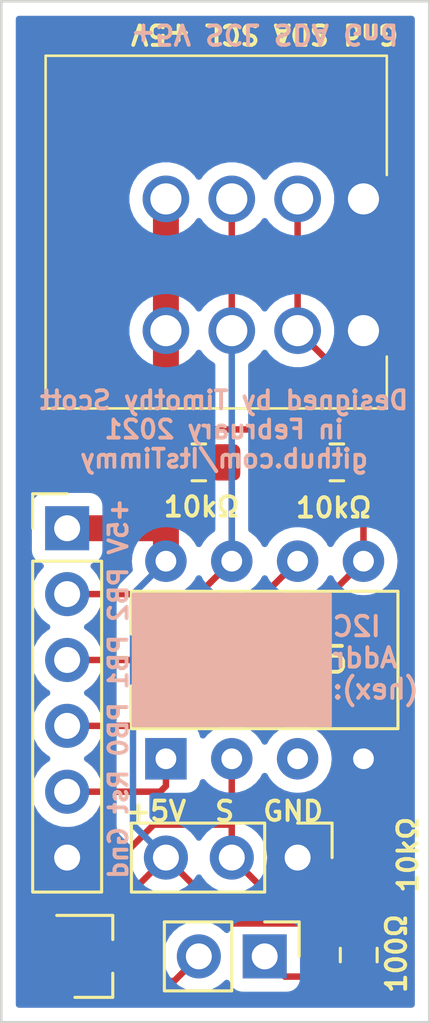
<source format=kicad_pcb>
(kicad_pcb (version 20171130) (host pcbnew "(5.1.0-0)")

  (general
    (thickness 1.6)
    (drawings 16)
    (tracks 53)
    (zones 0)
    (modules 10)
    (nets 11)
  )

  (page A4)
  (layers
    (0 F.Cu signal hide)
    (31 B.Cu signal hide)
    (32 B.Adhes user hide)
    (33 F.Adhes user hide)
    (34 B.Paste user hide)
    (35 F.Paste user hide)
    (36 B.SilkS user)
    (37 F.SilkS user)
    (38 B.Mask user)
    (39 F.Mask user)
    (40 Dwgs.User user hide)
    (41 Cmts.User user hide)
    (42 Eco1.User user hide)
    (43 Eco2.User user hide)
    (44 Edge.Cuts user)
    (45 Margin user hide)
    (46 B.CrtYd user)
    (47 F.CrtYd user)
    (48 B.Fab user hide)
    (49 F.Fab user hide)
  )

  (setup
    (last_trace_width 0.25)
    (user_trace_width 0.25)
    (user_trace_width 0.5)
    (user_trace_width 0.75)
    (user_trace_width 1)
    (trace_clearance 0.2)
    (zone_clearance 0.508)
    (zone_45_only no)
    (trace_min 0.2)
    (via_size 0.8)
    (via_drill 0.4)
    (via_min_size 0.4)
    (via_min_drill 0.3)
    (uvia_size 0.3)
    (uvia_drill 0.1)
    (uvias_allowed no)
    (uvia_min_size 0.2)
    (uvia_min_drill 0.1)
    (edge_width 0.05)
    (segment_width 0.2)
    (pcb_text_width 0.3)
    (pcb_text_size 1.5 1.5)
    (mod_edge_width 0.12)
    (mod_text_size 1 1)
    (mod_text_width 0.15)
    (pad_size 1.8 1.8)
    (pad_drill 1.2)
    (pad_to_mask_clearance 0.051)
    (solder_mask_min_width 0.25)
    (aux_axis_origin 0 0)
    (visible_elements FFFFFF7F)
    (pcbplotparams
      (layerselection 0x010fc_ffffffff)
      (usegerberextensions false)
      (usegerberattributes false)
      (usegerberadvancedattributes false)
      (creategerberjobfile false)
      (excludeedgelayer true)
      (linewidth 0.100000)
      (plotframeref false)
      (viasonmask false)
      (mode 1)
      (useauxorigin false)
      (hpglpennumber 1)
      (hpglpenspeed 20)
      (hpglpendiameter 15.000000)
      (psnegative false)
      (psa4output false)
      (plotreference true)
      (plotvalue true)
      (plotinvisibletext false)
      (padsonsilk false)
      (subtractmaskfromsilk false)
      (outputformat 1)
      (mirror false)
      (drillshape 1)
      (scaleselection 1)
      (outputdirectory ""))
  )

  (net 0 "")
  (net 1 "Net-(I2CConnection1-Pad2)")
  (net 2 "Net-(I2CConnection1-Pad3)")
  (net 3 +5V)
  (net 4 GND)
  (net 5 "Net-(MCU1-Pad2)")
  (net 6 "Net-(MCU1-Pad3)")
  (net 7 "Net-(J1-Pad5)")
  (net 8 "Net-(J1-Pad3)")
  (net 9 "Net-(J2-Pad2)")
  (net 10 "Net-(J2-Pad1)")

  (net_class Default "This is the default net class."
    (clearance 0.2)
    (trace_width 0.25)
    (via_dia 0.8)
    (via_drill 0.4)
    (uvia_dia 0.3)
    (uvia_drill 0.1)
    (add_net +5V)
    (add_net GND)
    (add_net "Net-(I2CConnection1-Pad2)")
    (add_net "Net-(I2CConnection1-Pad3)")
    (add_net "Net-(J1-Pad3)")
    (add_net "Net-(J1-Pad5)")
    (add_net "Net-(J2-Pad1)")
    (add_net "Net-(J2-Pad2)")
    (add_net "Net-(MCU1-Pad2)")
    (add_net "Net-(MCU1-Pad3)")
  )

  (module 1-2834016-4:128340164 (layer F.Cu) (tedit 602C8793) (tstamp 602B7750)
    (at 52.07 39.37 180)
    (descr 1-2834016-4-2)
    (tags Connector)
    (path /602ADF12)
    (fp_text reference I2CConnection1 (at 5.68 -1.28 180) (layer F.SilkS) hide
      (effects (font (size 1.27 1.27) (thickness 0.254)))
    )
    (fp_text value Conn_01x04 (at 5.68 -1.28 180) (layer F.SilkS) hide
      (effects (font (size 1.27 1.27) (thickness 0.254)))
    )
    (fp_text user %R (at 5.68 -1.28 180) (layer F.Fab)
      (effects (font (size 1.27 1.27) (thickness 0.254)))
    )
    (fp_line (start -0.9 -8.08) (end 12.26 -8.08) (layer F.Fab) (width 0.2))
    (fp_line (start 12.26 -8.08) (end 12.26 5.52) (layer F.Fab) (width 0.2))
    (fp_line (start 12.26 5.52) (end -0.9 5.52) (layer F.Fab) (width 0.2))
    (fp_line (start -0.9 5.52) (end -0.9 -8.08) (layer F.Fab) (width 0.2))
    (fp_line (start -1.9 -9.08) (end 13.26 -9.08) (layer F.CrtYd) (width 0.1))
    (fp_line (start 13.26 -9.08) (end 13.26 6.52) (layer F.CrtYd) (width 0.1))
    (fp_line (start 13.26 6.52) (end -1.9 6.52) (layer F.CrtYd) (width 0.1))
    (fp_line (start -1.9 6.52) (end -1.9 -9.08) (layer F.CrtYd) (width 0.1))
    (fp_line (start -0.9 -6.08) (end -0.9 -8.08) (layer F.SilkS) (width 0.1))
    (fp_line (start -0.9 -8.08) (end 12.26 -8.08) (layer F.SilkS) (width 0.1))
    (fp_line (start 12.26 -8.08) (end 12.26 5.52) (layer F.SilkS) (width 0.1))
    (fp_line (start 12.26 5.52) (end -0.9 5.52) (layer F.SilkS) (width 0.1))
    (fp_line (start -0.9 5.52) (end -0.9 0.92) (layer F.SilkS) (width 0.1))
    (pad "" thru_hole circle (at 0 0 180) (size 1.8 1.8) (drill 1.2) (layers *.Cu *.Mask)
      (net 4 GND))
    (pad 1 thru_hole circle (at 0 -5.08 180) (size 1.8 1.8) (drill 1.2) (layers *.Cu *.Mask)
      (net 4 GND))
    (pad "" thru_hole circle (at 2.54 0 180) (size 1.8 1.8) (drill 1.2) (layers *.Cu *.Mask)
      (net 1 "Net-(I2CConnection1-Pad2)"))
    (pad 2 thru_hole circle (at 2.54 -5.08 180) (size 1.8 1.8) (drill 1.2) (layers *.Cu *.Mask)
      (net 1 "Net-(I2CConnection1-Pad2)"))
    (pad "" thru_hole circle (at 5.08 0 180) (size 1.8 1.8) (drill 1.2) (layers *.Cu *.Mask)
      (net 2 "Net-(I2CConnection1-Pad3)"))
    (pad 3 thru_hole circle (at 5.08 -5.08 180) (size 1.8 1.8) (drill 1.2) (layers *.Cu *.Mask)
      (net 2 "Net-(I2CConnection1-Pad3)"))
    (pad "" thru_hole circle (at 7.62 0 180) (size 1.8 1.8) (drill 1.2) (layers *.Cu *.Mask)
      (net 3 +5V))
    (pad 4 thru_hole circle (at 7.62 -5.08 180) (size 1.8 1.8) (drill 1.2) (layers *.Cu *.Mask)
      (net 3 +5V))
    (model 1-2834016-4.stp
      (offset (xyz 5.67999974303352 -5.320000091762998 4.939999983029053))
      (scale (xyz 1 1 1))
      (rotate (xyz -90 0 0))
    )
    (model "/Users/Timmy/Documents/KiCad Models/TE Screwless Terminal/1-2834016-4.stp"
      (offset (xyz 5.588 -5.2578 5.0546))
      (scale (xyz 1 1 1))
      (rotate (xyz -90 0 0))
    )
  )

  (module Resistor_SMD:R_0805_2012Metric_Pad1.15x1.40mm_HandSolder (layer F.Cu) (tedit 602C811E) (tstamp 602C871B)
    (at 52.463928 64.223224 90)
    (descr "Resistor SMD 0805 (2012 Metric), square (rectangular) end terminal, IPC_7351 nominal with elongated pad for handsoldering. (Body size source: https://docs.google.com/spreadsheets/d/1BsfQQcO9C6DZCsRaXUlFlo91Tg2WpOkGARC1WS5S8t0/edit?usp=sharing), generated with kicad-footprint-generator")
    (tags "resistor handsolder")
    (path /602CACC9)
    (attr smd)
    (fp_text reference R3 (at 0 -1.65 90) (layer F.SilkS) hide
      (effects (font (size 1 1) (thickness 0.15)))
    )
    (fp_text value 10k (at 0 1.65 90) (layer F.Fab)
      (effects (font (size 1 1) (thickness 0.15)))
    )
    (fp_line (start -1 0.6) (end -1 -0.6) (layer F.Fab) (width 0.1))
    (fp_line (start -1 -0.6) (end 1 -0.6) (layer F.Fab) (width 0.1))
    (fp_line (start 1 -0.6) (end 1 0.6) (layer F.Fab) (width 0.1))
    (fp_line (start 1 0.6) (end -1 0.6) (layer F.Fab) (width 0.1))
    (fp_line (start -1.85 0.95) (end -1.85 -0.95) (layer F.CrtYd) (width 0.05))
    (fp_line (start -1.85 -0.95) (end 1.85 -0.95) (layer F.CrtYd) (width 0.05))
    (fp_line (start 1.85 -0.95) (end 1.85 0.95) (layer F.CrtYd) (width 0.05))
    (fp_line (start 1.85 0.95) (end -1.85 0.95) (layer F.CrtYd) (width 0.05))
    (fp_text user %R (at 0 0 90) (layer F.Fab)
      (effects (font (size 0.5 0.5) (thickness 0.08)))
    )
    (pad 1 smd roundrect (at -1.025 0 90) (size 1.15 1.4) (layers F.Cu F.Paste F.Mask) (roundrect_rratio 0.217391)
      (net 5 "Net-(MCU1-Pad2)"))
    (pad 2 smd roundrect (at 1.025 0 90) (size 1.15 1.4) (layers F.Cu F.Paste F.Mask) (roundrect_rratio 0.217391)
      (net 4 GND))
    (model ${KISYS3DMOD}/Resistor_SMD.3dshapes/R_0805_2012Metric.wrl
      (at (xyz 0 0 0))
      (scale (xyz 1 1 1))
      (rotate (xyz 0 0 0))
    )
  )

  (module Resistor_SMD:R_0805_2012Metric_Pad1.15x1.40mm_HandSolder (layer F.Cu) (tedit 5B36C52B) (tstamp 602B7725)
    (at 51.045 49.53)
    (descr "Resistor SMD 0805 (2012 Metric), square (rectangular) end terminal, IPC_7351 nominal with elongated pad for handsoldering. (Body size source: https://docs.google.com/spreadsheets/d/1BsfQQcO9C6DZCsRaXUlFlo91Tg2WpOkGARC1WS5S8t0/edit?usp=sharing), generated with kicad-footprint-generator")
    (tags "resistor handsolder")
    (path /602CC853)
    (attr smd)
    (fp_text reference I2C_Pullup_SCL1 (at 0 -1.65) (layer F.SilkS) hide
      (effects (font (size 1 1) (thickness 0.15)))
    )
    (fp_text value 10k (at 0 1.65) (layer F.Fab)
      (effects (font (size 1 1) (thickness 0.15)))
    )
    (fp_text user %R (at 0 0) (layer F.Fab)
      (effects (font (size 0.5 0.5) (thickness 0.08)))
    )
    (fp_line (start 1.85 0.95) (end -1.85 0.95) (layer F.CrtYd) (width 0.05))
    (fp_line (start 1.85 -0.95) (end 1.85 0.95) (layer F.CrtYd) (width 0.05))
    (fp_line (start -1.85 -0.95) (end 1.85 -0.95) (layer F.CrtYd) (width 0.05))
    (fp_line (start -1.85 0.95) (end -1.85 -0.95) (layer F.CrtYd) (width 0.05))
    (fp_line (start -0.261252 0.71) (end 0.261252 0.71) (layer F.SilkS) (width 0.12))
    (fp_line (start -0.261252 -0.71) (end 0.261252 -0.71) (layer F.SilkS) (width 0.12))
    (fp_line (start 1 0.6) (end -1 0.6) (layer F.Fab) (width 0.1))
    (fp_line (start 1 -0.6) (end 1 0.6) (layer F.Fab) (width 0.1))
    (fp_line (start -1 -0.6) (end 1 -0.6) (layer F.Fab) (width 0.1))
    (fp_line (start -1 0.6) (end -1 -0.6) (layer F.Fab) (width 0.1))
    (pad 2 smd roundrect (at 1.025 0) (size 1.15 1.4) (layers F.Cu F.Paste F.Mask) (roundrect_rratio 0.217391)
      (net 1 "Net-(I2CConnection1-Pad2)"))
    (pad 1 smd roundrect (at -1.025 0) (size 1.15 1.4) (layers F.Cu F.Paste F.Mask) (roundrect_rratio 0.217391)
      (net 3 +5V))
    (model ${KISYS3DMOD}/Resistor_SMD.3dshapes/R_0805_2012Metric.wrl
      (at (xyz 0 0 0))
      (scale (xyz 1 1 1))
      (rotate (xyz 0 0 0))
    )
  )

  (module Resistor_SMD:R_0805_2012Metric_Pad1.15x1.40mm_HandSolder (layer F.Cu) (tedit 5B36C52B) (tstamp 602B7736)
    (at 45.72 49.53)
    (descr "Resistor SMD 0805 (2012 Metric), square (rectangular) end terminal, IPC_7351 nominal with elongated pad for handsoldering. (Body size source: https://docs.google.com/spreadsheets/d/1BsfQQcO9C6DZCsRaXUlFlo91Tg2WpOkGARC1WS5S8t0/edit?usp=sharing), generated with kicad-footprint-generator")
    (tags "resistor handsolder")
    (path /602C8F78)
    (attr smd)
    (fp_text reference I2C_Pullup_SDA1 (at 0 -1.65) (layer F.SilkS) hide
      (effects (font (size 1 1) (thickness 0.15)))
    )
    (fp_text value 10k (at 0 1.65) (layer F.Fab)
      (effects (font (size 1 1) (thickness 0.15)))
    )
    (fp_line (start -1 0.6) (end -1 -0.6) (layer F.Fab) (width 0.1))
    (fp_line (start -1 -0.6) (end 1 -0.6) (layer F.Fab) (width 0.1))
    (fp_line (start 1 -0.6) (end 1 0.6) (layer F.Fab) (width 0.1))
    (fp_line (start 1 0.6) (end -1 0.6) (layer F.Fab) (width 0.1))
    (fp_line (start -0.261252 -0.71) (end 0.261252 -0.71) (layer F.SilkS) (width 0.12))
    (fp_line (start -0.261252 0.71) (end 0.261252 0.71) (layer F.SilkS) (width 0.12))
    (fp_line (start -1.85 0.95) (end -1.85 -0.95) (layer F.CrtYd) (width 0.05))
    (fp_line (start -1.85 -0.95) (end 1.85 -0.95) (layer F.CrtYd) (width 0.05))
    (fp_line (start 1.85 -0.95) (end 1.85 0.95) (layer F.CrtYd) (width 0.05))
    (fp_line (start 1.85 0.95) (end -1.85 0.95) (layer F.CrtYd) (width 0.05))
    (fp_text user %R (at 0 0) (layer F.Fab)
      (effects (font (size 0.5 0.5) (thickness 0.08)))
    )
    (pad 1 smd roundrect (at -1.025 0) (size 1.15 1.4) (layers F.Cu F.Paste F.Mask) (roundrect_rratio 0.217391)
      (net 3 +5V))
    (pad 2 smd roundrect (at 1.025 0) (size 1.15 1.4) (layers F.Cu F.Paste F.Mask) (roundrect_rratio 0.217391)
      (net 2 "Net-(I2CConnection1-Pad3)"))
    (model ${KISYS3DMOD}/Resistor_SMD.3dshapes/R_0805_2012Metric.wrl
      (at (xyz 0 0 0))
      (scale (xyz 1 1 1))
      (rotate (xyz 0 0 0))
    )
  )

  (module Package_DIP:DIP-8_W7.62mm (layer F.Cu) (tedit 5A02E8C5) (tstamp 602B776C)
    (at 44.45 60.96 90)
    (descr "8-lead though-hole mounted DIP package, row spacing 7.62 mm (300 mils)")
    (tags "THT DIP DIL PDIP 2.54mm 7.62mm 300mil")
    (path /6029EE90)
    (fp_text reference MCU1 (at 3.81 -2.33 90) (layer F.SilkS) hide
      (effects (font (size 1 1) (thickness 0.15)))
    )
    (fp_text value ATtiny85-20PU (at 3.81 9.95 90) (layer F.Fab)
      (effects (font (size 1 1) (thickness 0.15)))
    )
    (fp_arc (start 3.81 -1.33) (end 2.81 -1.33) (angle -180) (layer F.SilkS) (width 0.12))
    (fp_line (start 1.635 -1.27) (end 6.985 -1.27) (layer F.Fab) (width 0.1))
    (fp_line (start 6.985 -1.27) (end 6.985 8.89) (layer F.Fab) (width 0.1))
    (fp_line (start 6.985 8.89) (end 0.635 8.89) (layer F.Fab) (width 0.1))
    (fp_line (start 0.635 8.89) (end 0.635 -0.27) (layer F.Fab) (width 0.1))
    (fp_line (start 0.635 -0.27) (end 1.635 -1.27) (layer F.Fab) (width 0.1))
    (fp_line (start 2.81 -1.33) (end 1.16 -1.33) (layer F.SilkS) (width 0.12))
    (fp_line (start 1.16 -1.33) (end 1.16 8.95) (layer F.SilkS) (width 0.12))
    (fp_line (start 1.16 8.95) (end 6.46 8.95) (layer F.SilkS) (width 0.12))
    (fp_line (start 6.46 8.95) (end 6.46 -1.33) (layer F.SilkS) (width 0.12))
    (fp_line (start 6.46 -1.33) (end 4.81 -1.33) (layer F.SilkS) (width 0.12))
    (fp_line (start -1.1 -1.55) (end -1.1 9.15) (layer F.CrtYd) (width 0.05))
    (fp_line (start -1.1 9.15) (end 8.7 9.15) (layer F.CrtYd) (width 0.05))
    (fp_line (start 8.7 9.15) (end 8.7 -1.55) (layer F.CrtYd) (width 0.05))
    (fp_line (start 8.7 -1.55) (end -1.1 -1.55) (layer F.CrtYd) (width 0.05))
    (fp_text user %R (at 3.81 3.81 90) (layer F.Fab)
      (effects (font (size 1 1) (thickness 0.15)))
    )
    (pad 1 thru_hole rect (at 0 0 90) (size 1.6 1.6) (drill 0.8) (layers *.Cu *.Mask)
      (net 7 "Net-(J1-Pad5)"))
    (pad 5 thru_hole oval (at 7.62 7.62 90) (size 1.6 1.6) (drill 0.8) (layers *.Cu *.Mask)
      (net 1 "Net-(I2CConnection1-Pad2)"))
    (pad 2 thru_hole oval (at 0 2.54 90) (size 1.6 1.6) (drill 0.8) (layers *.Cu *.Mask)
      (net 5 "Net-(MCU1-Pad2)"))
    (pad 6 thru_hole oval (at 7.62 5.08 90) (size 1.6 1.6) (drill 0.8) (layers *.Cu *.Mask)
      (net 8 "Net-(J1-Pad3)"))
    (pad 3 thru_hole oval (at 0 5.08 90) (size 1.6 1.6) (drill 0.8) (layers *.Cu *.Mask)
      (net 6 "Net-(MCU1-Pad3)"))
    (pad 7 thru_hole oval (at 7.62 2.54 90) (size 1.6 1.6) (drill 0.8) (layers *.Cu *.Mask)
      (net 2 "Net-(I2CConnection1-Pad3)"))
    (pad 4 thru_hole oval (at 0 7.62 90) (size 1.6 1.6) (drill 0.8) (layers *.Cu *.Mask)
      (net 4 GND))
    (pad 8 thru_hole oval (at 7.62 0 90) (size 1.6 1.6) (drill 0.8) (layers *.Cu *.Mask)
      (net 3 +5V))
    (model ${KISYS3DMOD}/Package_DIP.3dshapes/DIP-8_W7.62mm.wrl
      (at (xyz 0 0 0))
      (scale (xyz 1 1 1))
      (rotate (xyz 0 0 0))
    )
  )

  (module Connector_PinHeader_2.54mm:PinHeader_1x06_P2.54mm_Vertical (layer F.Cu) (tedit 59FED5CC) (tstamp 602B3D6A)
    (at 40.64 52.07)
    (descr "Through hole straight pin header, 1x06, 2.54mm pitch, single row")
    (tags "Through hole pin header THT 1x06 2.54mm single row")
    (path /602C5DB4)
    (fp_text reference J1 (at 0 -2.33) (layer F.SilkS) hide
      (effects (font (size 1 1) (thickness 0.15)))
    )
    (fp_text value Conn_01x06_Female (at 0 15.03) (layer F.Fab)
      (effects (font (size 1 1) (thickness 0.15)))
    )
    (fp_line (start -0.635 -1.27) (end 1.27 -1.27) (layer F.Fab) (width 0.1))
    (fp_line (start 1.27 -1.27) (end 1.27 13.97) (layer F.Fab) (width 0.1))
    (fp_line (start 1.27 13.97) (end -1.27 13.97) (layer F.Fab) (width 0.1))
    (fp_line (start -1.27 13.97) (end -1.27 -0.635) (layer F.Fab) (width 0.1))
    (fp_line (start -1.27 -0.635) (end -0.635 -1.27) (layer F.Fab) (width 0.1))
    (fp_line (start -1.33 14.03) (end 1.33 14.03) (layer F.SilkS) (width 0.12))
    (fp_line (start -1.33 1.27) (end -1.33 14.03) (layer F.SilkS) (width 0.12))
    (fp_line (start 1.33 1.27) (end 1.33 14.03) (layer F.SilkS) (width 0.12))
    (fp_line (start -1.33 1.27) (end 1.33 1.27) (layer F.SilkS) (width 0.12))
    (fp_line (start -1.33 0) (end -1.33 -1.33) (layer F.SilkS) (width 0.12))
    (fp_line (start -1.33 -1.33) (end 0 -1.33) (layer F.SilkS) (width 0.12))
    (fp_line (start -1.8 -1.8) (end -1.8 14.5) (layer F.CrtYd) (width 0.05))
    (fp_line (start -1.8 14.5) (end 1.8 14.5) (layer F.CrtYd) (width 0.05))
    (fp_line (start 1.8 14.5) (end 1.8 -1.8) (layer F.CrtYd) (width 0.05))
    (fp_line (start 1.8 -1.8) (end -1.8 -1.8) (layer F.CrtYd) (width 0.05))
    (fp_text user %R (at 0 6.35 90) (layer F.Fab)
      (effects (font (size 1 1) (thickness 0.15)))
    )
    (pad 1 thru_hole rect (at 0 0) (size 1.7 1.7) (drill 1) (layers *.Cu *.Mask)
      (net 3 +5V))
    (pad 2 thru_hole oval (at 0 2.54) (size 1.7 1.7) (drill 1) (layers *.Cu *.Mask)
      (net 2 "Net-(I2CConnection1-Pad3)"))
    (pad 3 thru_hole oval (at 0 5.08) (size 1.7 1.7) (drill 1) (layers *.Cu *.Mask)
      (net 8 "Net-(J1-Pad3)"))
    (pad 4 thru_hole oval (at 0 7.62) (size 1.7 1.7) (drill 1) (layers *.Cu *.Mask)
      (net 1 "Net-(I2CConnection1-Pad2)"))
    (pad 5 thru_hole oval (at 0 10.16) (size 1.7 1.7) (drill 1) (layers *.Cu *.Mask)
      (net 7 "Net-(J1-Pad5)"))
    (pad 6 thru_hole oval (at 0 12.7) (size 1.7 1.7) (drill 1) (layers *.Cu *.Mask)
      (net 4 GND))
    (model ${KISYS3DMOD}/Connector_PinHeader_2.54mm.3dshapes/PinHeader_1x06_P2.54mm_Vertical.wrl
      (at (xyz 0 0 0))
      (scale (xyz 1 1 1))
      (rotate (xyz 0 0 0))
    )
  )

  (module Package_TO_SOT_SMD:SOT-23 (layer F.Cu) (tedit 5A02FF57) (tstamp 602C874F)
    (at 41.64 68.58)
    (descr "SOT-23, Standard")
    (tags SOT-23)
    (path /602C820F)
    (attr smd)
    (fp_text reference Q1 (at 0 -2.5) (layer F.SilkS) hide
      (effects (font (size 1 1) (thickness 0.15)))
    )
    (fp_text value 2N3904 (at 0 2.5) (layer F.Fab)
      (effects (font (size 1 1) (thickness 0.15)))
    )
    (fp_text user %R (at 0 0 90) (layer F.Fab)
      (effects (font (size 0.5 0.5) (thickness 0.075)))
    )
    (fp_line (start -0.7 -0.95) (end -0.7 1.5) (layer F.Fab) (width 0.1))
    (fp_line (start -0.15 -1.52) (end 0.7 -1.52) (layer F.Fab) (width 0.1))
    (fp_line (start -0.7 -0.95) (end -0.15 -1.52) (layer F.Fab) (width 0.1))
    (fp_line (start 0.7 -1.52) (end 0.7 1.52) (layer F.Fab) (width 0.1))
    (fp_line (start -0.7 1.52) (end 0.7 1.52) (layer F.Fab) (width 0.1))
    (fp_line (start 0.76 1.58) (end 0.76 0.65) (layer F.SilkS) (width 0.12))
    (fp_line (start 0.76 -1.58) (end 0.76 -0.65) (layer F.SilkS) (width 0.12))
    (fp_line (start -1.7 -1.75) (end 1.7 -1.75) (layer F.CrtYd) (width 0.05))
    (fp_line (start 1.7 -1.75) (end 1.7 1.75) (layer F.CrtYd) (width 0.05))
    (fp_line (start 1.7 1.75) (end -1.7 1.75) (layer F.CrtYd) (width 0.05))
    (fp_line (start -1.7 1.75) (end -1.7 -1.75) (layer F.CrtYd) (width 0.05))
    (fp_line (start 0.76 -1.58) (end -1.4 -1.58) (layer F.SilkS) (width 0.12))
    (fp_line (start 0.76 1.58) (end -0.7 1.58) (layer F.SilkS) (width 0.12))
    (pad 1 smd rect (at -1 -0.95) (size 0.9 0.8) (layers F.Cu F.Paste F.Mask)
      (net 5 "Net-(MCU1-Pad2)"))
    (pad 2 smd rect (at -1 0.95) (size 0.9 0.8) (layers F.Cu F.Paste F.Mask)
      (net 9 "Net-(J2-Pad2)"))
    (pad 3 smd rect (at 1 0) (size 0.9 0.8) (layers F.Cu F.Paste F.Mask)
      (net 3 +5V))
    (model ${KISYS3DMOD}/Package_TO_SOT_SMD.3dshapes/SOT-23.wrl
      (at (xyz 0 0 0))
      (scale (xyz 1 1 1))
      (rotate (xyz 0 0 0))
    )
  )

  (module Resistor_SMD:R_0805_2012Metric_Pad1.15x1.40mm_HandSolder (layer F.Cu) (tedit 5B36C52B) (tstamp 602C86EB)
    (at 51.886678 68.528659 270)
    (descr "Resistor SMD 0805 (2012 Metric), square (rectangular) end terminal, IPC_7351 nominal with elongated pad for handsoldering. (Body size source: https://docs.google.com/spreadsheets/d/1BsfQQcO9C6DZCsRaXUlFlo91Tg2WpOkGARC1WS5S8t0/edit?usp=sharing), generated with kicad-footprint-generator")
    (tags "resistor handsolder")
    (path /602CC4B8)
    (attr smd)
    (fp_text reference R4 (at 0 -1.65 270) (layer F.SilkS) hide
      (effects (font (size 1 1) (thickness 0.15)))
    )
    (fp_text value 100 (at 0 1.65 270) (layer F.Fab)
      (effects (font (size 1 1) (thickness 0.15)))
    )
    (fp_text user %R (at 0 0 270) (layer F.Fab)
      (effects (font (size 0.5 0.5) (thickness 0.08)))
    )
    (fp_line (start 1.85 0.95) (end -1.85 0.95) (layer F.CrtYd) (width 0.05))
    (fp_line (start 1.85 -0.95) (end 1.85 0.95) (layer F.CrtYd) (width 0.05))
    (fp_line (start -1.85 -0.95) (end 1.85 -0.95) (layer F.CrtYd) (width 0.05))
    (fp_line (start -1.85 0.95) (end -1.85 -0.95) (layer F.CrtYd) (width 0.05))
    (fp_line (start -0.261252 0.71) (end 0.261252 0.71) (layer F.SilkS) (width 0.12))
    (fp_line (start -0.261252 -0.71) (end 0.261252 -0.71) (layer F.SilkS) (width 0.12))
    (fp_line (start 1 0.6) (end -1 0.6) (layer F.Fab) (width 0.1))
    (fp_line (start 1 -0.6) (end 1 0.6) (layer F.Fab) (width 0.1))
    (fp_line (start -1 -0.6) (end 1 -0.6) (layer F.Fab) (width 0.1))
    (fp_line (start -1 0.6) (end -1 -0.6) (layer F.Fab) (width 0.1))
    (pad 2 smd roundrect (at 1.025 0 270) (size 1.15 1.4) (layers F.Cu F.Paste F.Mask) (roundrect_rratio 0.217391)
      (net 10 "Net-(J2-Pad1)"))
    (pad 1 smd roundrect (at -1.025 0 270) (size 1.15 1.4) (layers F.Cu F.Paste F.Mask) (roundrect_rratio 0.217391)
      (net 3 +5V))
    (model ${KISYS3DMOD}/Resistor_SMD.3dshapes/R_0805_2012Metric.wrl
      (at (xyz 0 0 0))
      (scale (xyz 1 1 1))
      (rotate (xyz 0 0 0))
    )
  )

  (module Connector_PinHeader_2.54mm:PinHeader_1x02_P2.54mm_Vertical (layer F.Cu) (tedit 59FED5CC) (tstamp 602C8867)
    (at 48.26 68.58 270)
    (descr "Through hole straight pin header, 1x02, 2.54mm pitch, single row")
    (tags "Through hole pin header THT 1x02 2.54mm single row")
    (path /602CEB12)
    (fp_text reference J2 (at 0 -2.33 270) (layer F.SilkS) hide
      (effects (font (size 1 1) (thickness 0.15)))
    )
    (fp_text value Conn_01x02 (at 0 4.87 270) (layer F.Fab)
      (effects (font (size 1 1) (thickness 0.15)))
    )
    (fp_line (start -0.635 -1.27) (end 1.27 -1.27) (layer F.Fab) (width 0.1))
    (fp_line (start 1.27 -1.27) (end 1.27 3.81) (layer F.Fab) (width 0.1))
    (fp_line (start 1.27 3.81) (end -1.27 3.81) (layer F.Fab) (width 0.1))
    (fp_line (start -1.27 3.81) (end -1.27 -0.635) (layer F.Fab) (width 0.1))
    (fp_line (start -1.27 -0.635) (end -0.635 -1.27) (layer F.Fab) (width 0.1))
    (fp_line (start -1.33 3.87) (end 1.33 3.87) (layer F.SilkS) (width 0.12))
    (fp_line (start -1.33 1.27) (end -1.33 3.87) (layer F.SilkS) (width 0.12))
    (fp_line (start 1.33 1.27) (end 1.33 3.87) (layer F.SilkS) (width 0.12))
    (fp_line (start -1.33 1.27) (end 1.33 1.27) (layer F.SilkS) (width 0.12))
    (fp_line (start -1.33 0) (end -1.33 -1.33) (layer F.SilkS) (width 0.12))
    (fp_line (start -1.33 -1.33) (end 0 -1.33) (layer F.SilkS) (width 0.12))
    (fp_line (start -1.8 -1.8) (end -1.8 4.35) (layer F.CrtYd) (width 0.05))
    (fp_line (start -1.8 4.35) (end 1.8 4.35) (layer F.CrtYd) (width 0.05))
    (fp_line (start 1.8 4.35) (end 1.8 -1.8) (layer F.CrtYd) (width 0.05))
    (fp_line (start 1.8 -1.8) (end -1.8 -1.8) (layer F.CrtYd) (width 0.05))
    (fp_text user %R (at 0 1.27) (layer F.Fab)
      (effects (font (size 1 1) (thickness 0.15)))
    )
    (pad 1 thru_hole rect (at 0 0 270) (size 1.7 1.7) (drill 1) (layers *.Cu *.Mask)
      (net 10 "Net-(J2-Pad1)"))
    (pad 2 thru_hole oval (at 0 2.54 270) (size 1.7 1.7) (drill 1) (layers *.Cu *.Mask)
      (net 9 "Net-(J2-Pad2)"))
    (model ${KISYS3DMOD}/Connector_PinHeader_2.54mm.3dshapes/PinHeader_1x02_P2.54mm_Vertical.wrl
      (at (xyz 0 0 0))
      (scale (xyz 1 1 1))
      (rotate (xyz 0 0 0))
    )
  )

  (module Connector_PinHeader_2.54mm:PinHeader_1x03_P2.54mm_Vertical (layer F.Cu) (tedit 59FED5CC) (tstamp 602CE127)
    (at 49.53 64.77 270)
    (descr "Through hole straight pin header, 1x03, 2.54mm pitch, single row")
    (tags "Through hole pin header THT 1x03 2.54mm single row")
    (path /602CE4CB)
    (fp_text reference MoistureSensor1 (at 0 -2.33 270) (layer F.SilkS) hide
      (effects (font (size 1 1) (thickness 0.15)))
    )
    (fp_text value Conn_01x03 (at 0 7.41 270) (layer F.Fab)
      (effects (font (size 1 1) (thickness 0.15)))
    )
    (fp_line (start -0.635 -1.27) (end 1.27 -1.27) (layer F.Fab) (width 0.1))
    (fp_line (start 1.27 -1.27) (end 1.27 6.35) (layer F.Fab) (width 0.1))
    (fp_line (start 1.27 6.35) (end -1.27 6.35) (layer F.Fab) (width 0.1))
    (fp_line (start -1.27 6.35) (end -1.27 -0.635) (layer F.Fab) (width 0.1))
    (fp_line (start -1.27 -0.635) (end -0.635 -1.27) (layer F.Fab) (width 0.1))
    (fp_line (start -1.33 6.41) (end 1.33 6.41) (layer F.SilkS) (width 0.12))
    (fp_line (start -1.33 1.27) (end -1.33 6.41) (layer F.SilkS) (width 0.12))
    (fp_line (start 1.33 1.27) (end 1.33 6.41) (layer F.SilkS) (width 0.12))
    (fp_line (start -1.33 1.27) (end 1.33 1.27) (layer F.SilkS) (width 0.12))
    (fp_line (start -1.33 0) (end -1.33 -1.33) (layer F.SilkS) (width 0.12))
    (fp_line (start -1.33 -1.33) (end 0 -1.33) (layer F.SilkS) (width 0.12))
    (fp_line (start -1.8 -1.8) (end -1.8 6.85) (layer F.CrtYd) (width 0.05))
    (fp_line (start -1.8 6.85) (end 1.8 6.85) (layer F.CrtYd) (width 0.05))
    (fp_line (start 1.8 6.85) (end 1.8 -1.8) (layer F.CrtYd) (width 0.05))
    (fp_line (start 1.8 -1.8) (end -1.8 -1.8) (layer F.CrtYd) (width 0.05))
    (fp_text user %R (at 0 2.54) (layer F.Fab)
      (effects (font (size 1 1) (thickness 0.15)))
    )
    (pad 1 thru_hole rect (at 0 0 270) (size 1.7 1.7) (drill 1) (layers *.Cu *.Mask)
      (net 4 GND))
    (pad 2 thru_hole oval (at 0 2.54 270) (size 1.7 1.7) (drill 1) (layers *.Cu *.Mask)
      (net 5 "Net-(MCU1-Pad2)"))
    (pad 3 thru_hole oval (at 0 5.08 270) (size 1.7 1.7) (drill 1) (layers *.Cu *.Mask)
      (net 3 +5V))
    (model ${KISYS3DMOD}/Connector_PinHeader_2.54mm.3dshapes/PinHeader_1x03_P2.54mm_Vertical.wrl
      (at (xyz 0 0 0))
      (scale (xyz 1 1 1))
      (rotate (xyz 0 0 0))
    )
  )

  (gr_text 10kΩ (at 53.786178 64.662332 90) (layer F.SilkS) (tstamp 602CDF10)
    (effects (font (size 0.75 0.75) (thickness 0.15)))
  )
  (gr_line (start 54.61 71.12) (end 54.61 31.75) (layer Edge.Cuts) (width 0.1))
  (gr_line (start 38.1 71.12) (end 54.61 71.12) (layer Edge.Cuts) (width 0.1))
  (gr_line (start 38.1 31.75) (end 38.1 71.12) (layer Edge.Cuts) (width 0.1))
  (gr_line (start 54.61 31.75) (end 38.1 31.75) (layer Edge.Cuts) (width 0.1))
  (gr_text 100Ω (at 53.34 68.472332 90) (layer F.SilkS) (tstamp 602CDE66)
    (effects (font (size 0.75 0.75) (thickness 0.15)))
  )
  (gr_poly (pts (xy 50.8 59.69) (xy 50.8 54.61) (xy 43.18 54.61) (xy 43.18 59.69)) (layer B.SilkS) (width 0.1))
  (gr_text "I2C\nAddr\n(hex):" (at 50.8 57.066203) (layer B.SilkS)
    (effects (font (size 0.75 0.75) (thickness 0.15)) (justify right mirror))
  )
  (gr_text "Designed by Timothy Scott\nin February 2021\ngithub.com/ItsTimmy" (at 46.694369 48.26) (layer B.SilkS)
    (effects (font (size 0.7 0.7) (thickness 0.15)) (justify mirror))
  )
  (gr_text "+5V SCL SDA Gnd" (at 48.26 33.02 180) (layer B.SilkS) (tstamp 602B9C33)
    (effects (font (size 0.75 0.75) (thickness 0.15)) (justify mirror))
  )
  (gr_text "+5V  S  GND" (at 46.714032 62.982274) (layer F.SilkS) (tstamp 602B935E)
    (effects (font (size 0.75 0.75) (thickness 0.15)))
  )
  (gr_text ATTiny85 (at 48.26 57.15) (layer F.SilkS)
    (effects (font (size 1 1) (thickness 0.15)))
  )
  (gr_text 10kΩ (at 50.923976 51.282067) (layer F.SilkS) (tstamp 602B4388)
    (effects (font (size 0.75 0.75) (thickness 0.15)))
  )
  (gr_text 10kΩ (at 45.827668 51.246178) (layer F.SilkS)
    (effects (font (size 0.75 0.75) (thickness 0.15)))
  )
  (gr_text "+5V PB2 PB1 PB0 Rst Gnd" (at 42.616534 58.251361 90) (layer B.SilkS) (tstamp 602B437D)
    (effects (font (size 0.7 0.7) (thickness 0.15)) (justify mirror))
  )
  (gr_text "Gnd SDA SCL +5V" (at 48.26 33.02 180) (layer F.SilkS)
    (effects (font (size 0.75 0.75) (thickness 0.15)))
  )

  (segment (start 52.07 46.99) (end 52.07 49.53) (width 0.25) (layer F.Cu) (net 1))
  (segment (start 49.53 44.45) (end 52.07 46.99) (width 0.25) (layer F.Cu) (net 1))
  (segment (start 52.07 49.53) (end 52.07 53.34) (width 0.25) (layer F.Cu) (net 1))
  (segment (start 45.72 59.69) (end 52.07 53.34) (width 0.25) (layer F.Cu) (net 1))
  (segment (start 40.64 59.69) (end 45.72 59.69) (width 0.25) (layer F.Cu) (net 1))
  (segment (start 49.53 44.45) (end 49.53 39.37) (width 0.25) (layer F.Cu) (net 1))
  (segment (start 46.99 49.775) (end 46.745 49.53) (width 0.25) (layer F.Cu) (net 2))
  (segment (start 46.99 53.34) (end 46.99 49.775) (width 0.25) (layer F.Cu) (net 2))
  (segment (start 46.99 53.34) (end 46.99 44.45) (width 0.25) (layer B.Cu) (net 2))
  (segment (start 45.72 54.61) (end 46.99 53.34) (width 0.25) (layer F.Cu) (net 2))
  (segment (start 40.64 54.61) (end 45.72 54.61) (width 0.25) (layer F.Cu) (net 2))
  (segment (start 46.99 44.45) (end 46.99 39.37) (width 0.25) (layer F.Cu) (net 2))
  (segment (start 43.96 53.83) (end 44.45 53.34) (width 0.25) (layer F.Cu) (net 3))
  (segment (start 44.45 49.285) (end 44.695 49.53) (width 1) (layer F.Cu) (net 3))
  (segment (start 44.45 49.775) (end 44.695 49.53) (width 1) (layer F.Cu) (net 3))
  (segment (start 48.75 48.26) (end 44.45 48.26) (width 0.25) (layer F.Cu) (net 3))
  (segment (start 50.02 49.53) (end 48.75 48.26) (width 0.25) (layer F.Cu) (net 3))
  (segment (start 44.45 48.26) (end 44.45 49.285) (width 1) (layer F.Cu) (net 3))
  (segment (start 44.45 44.45) (end 44.45 48.26) (width 1) (layer F.Cu) (net 3))
  (segment (start 40.64 52.07) (end 44.45 52.07) (width 1) (layer F.Cu) (net 3))
  (segment (start 44.45 52.07) (end 44.45 49.775) (width 1) (layer F.Cu) (net 3))
  (segment (start 44.45 53.34) (end 44.45 52.07) (width 1) (layer F.Cu) (net 3))
  (segment (start 44.45 64.77) (end 43.18 63.5) (width 0.25) (layer B.Cu) (net 3))
  (segment (start 43.18 54.61) (end 44.45 53.34) (width 0.25) (layer B.Cu) (net 3))
  (segment (start 43.18 63.5) (end 43.18 54.61) (width 0.25) (layer B.Cu) (net 3))
  (segment (start 44.45 44.45) (end 44.45 39.37) (width 1) (layer F.Cu) (net 3))
  (segment (start 46.99 67.31) (end 44.45 64.77) (width 0.25) (layer F.Cu) (net 3))
  (segment (start 50.8 67.31) (end 46.99 67.31) (width 0.25) (layer F.Cu) (net 3))
  (segment (start 50.993659 67.503659) (end 50.8 67.31) (width 0.25) (layer F.Cu) (net 3))
  (segment (start 51.886678 67.503659) (end 50.993659 67.503659) (width 0.25) (layer F.Cu) (net 3))
  (segment (start 42.64 66.58) (end 44.45 64.77) (width 0.25) (layer F.Cu) (net 3))
  (segment (start 42.64 68.58) (end 42.64 66.58) (width 0.25) (layer F.Cu) (net 3))
  (segment (start 52.463928 61.353928) (end 52.07 60.96) (width 0.25) (layer F.Cu) (net 4))
  (segment (start 52.463928 63.198224) (end 52.463928 61.353928) (width 0.25) (layer F.Cu) (net 4))
  (segment (start 46.99 63.5) (end 46.99 60.96) (width 0.25) (layer F.Cu) (net 5))
  (segment (start 46.99 64.77) (end 46.99 63.5) (width 0.25) (layer F.Cu) (net 5))
  (segment (start 51.672152 66.04) (end 52.463928 65.248224) (width 0.25) (layer F.Cu) (net 5))
  (segment (start 48.26 66.04) (end 51.672152 66.04) (width 0.25) (layer F.Cu) (net 5))
  (segment (start 46.99 64.77) (end 48.26 66.04) (width 0.25) (layer F.Cu) (net 5))
  (segment (start 43.980998 63.5) (end 46.99 63.5) (width 0.25) (layer F.Cu) (net 5))
  (segment (start 40.64 66.840998) (end 43.980998 63.5) (width 0.25) (layer F.Cu) (net 5))
  (segment (start 40.64 67.63) (end 40.64 66.840998) (width 0.25) (layer F.Cu) (net 5))
  (segment (start 44.45 62.01) (end 44.45 60.96) (width 0.25) (layer F.Cu) (net 7))
  (segment (start 44.23 62.23) (end 44.45 62.01) (width 0.25) (layer F.Cu) (net 7))
  (segment (start 40.64 62.23) (end 44.23 62.23) (width 0.25) (layer F.Cu) (net 7))
  (segment (start 45.72 57.15) (end 49.53 53.34) (width 0.25) (layer F.Cu) (net 8))
  (segment (start 40.64 57.15) (end 45.72 57.15) (width 0.25) (layer F.Cu) (net 8))
  (segment (start 44.77 69.53) (end 45.72 68.58) (width 0.25) (layer F.Cu) (net 9))
  (segment (start 40.64 69.53) (end 44.77 69.53) (width 0.25) (layer F.Cu) (net 9))
  (segment (start 50.893019 69.36) (end 49.04 69.36) (width 0.25) (layer F.Cu) (net 10))
  (segment (start 49.04 69.36) (end 48.26 68.58) (width 0.25) (layer F.Cu) (net 10))
  (segment (start 51.086678 69.553659) (end 50.893019 69.36) (width 0.25) (layer F.Cu) (net 10))
  (segment (start 51.886678 69.553659) (end 51.086678 69.553659) (width 0.25) (layer F.Cu) (net 10))

  (zone (net 4) (net_name GND) (layer B.Cu) (tstamp 602CE076) (hatch edge 0.508)
    (connect_pads yes (clearance 0.508))
    (min_thickness 0.254)
    (fill yes (arc_segments 32) (thermal_gap 0.508) (thermal_bridge_width 0.508))
    (polygon
      (pts
        (xy 54.61 63.5) (xy 54.61 71.12) (xy 38.1 71.12) (xy 38.1 31.75) (xy 54.61 31.75)
      )
    )
    (filled_polygon
      (pts
        (xy 53.925 70.435) (xy 38.785 70.435) (xy 38.785 68.58) (xy 44.227815 68.58) (xy 44.256487 68.871111)
        (xy 44.341401 69.151034) (xy 44.479294 69.409014) (xy 44.664866 69.635134) (xy 44.890986 69.820706) (xy 45.148966 69.958599)
        (xy 45.428889 70.043513) (xy 45.64705 70.065) (xy 45.79295 70.065) (xy 46.011111 70.043513) (xy 46.291034 69.958599)
        (xy 46.549014 69.820706) (xy 46.775134 69.635134) (xy 46.799607 69.605313) (xy 46.820498 69.67418) (xy 46.879463 69.784494)
        (xy 46.958815 69.881185) (xy 47.055506 69.960537) (xy 47.16582 70.019502) (xy 47.285518 70.055812) (xy 47.41 70.068072)
        (xy 49.11 70.068072) (xy 49.234482 70.055812) (xy 49.35418 70.019502) (xy 49.464494 69.960537) (xy 49.561185 69.881185)
        (xy 49.640537 69.784494) (xy 49.699502 69.67418) (xy 49.735812 69.554482) (xy 49.748072 69.43) (xy 49.748072 67.73)
        (xy 49.735812 67.605518) (xy 49.699502 67.48582) (xy 49.640537 67.375506) (xy 49.561185 67.278815) (xy 49.464494 67.199463)
        (xy 49.35418 67.140498) (xy 49.234482 67.104188) (xy 49.11 67.091928) (xy 47.41 67.091928) (xy 47.285518 67.104188)
        (xy 47.16582 67.140498) (xy 47.055506 67.199463) (xy 46.958815 67.278815) (xy 46.879463 67.375506) (xy 46.820498 67.48582)
        (xy 46.799607 67.554687) (xy 46.775134 67.524866) (xy 46.549014 67.339294) (xy 46.291034 67.201401) (xy 46.011111 67.116487)
        (xy 45.79295 67.095) (xy 45.64705 67.095) (xy 45.428889 67.116487) (xy 45.148966 67.201401) (xy 44.890986 67.339294)
        (xy 44.664866 67.524866) (xy 44.479294 67.750986) (xy 44.341401 68.008966) (xy 44.256487 68.288889) (xy 44.227815 68.58)
        (xy 38.785 68.58) (xy 38.785 54.61) (xy 39.147815 54.61) (xy 39.176487 54.901111) (xy 39.261401 55.181034)
        (xy 39.399294 55.439014) (xy 39.584866 55.665134) (xy 39.810986 55.850706) (xy 39.865791 55.88) (xy 39.810986 55.909294)
        (xy 39.584866 56.094866) (xy 39.399294 56.320986) (xy 39.261401 56.578966) (xy 39.176487 56.858889) (xy 39.147815 57.15)
        (xy 39.176487 57.441111) (xy 39.261401 57.721034) (xy 39.399294 57.979014) (xy 39.584866 58.205134) (xy 39.810986 58.390706)
        (xy 39.865791 58.42) (xy 39.810986 58.449294) (xy 39.584866 58.634866) (xy 39.399294 58.860986) (xy 39.261401 59.118966)
        (xy 39.176487 59.398889) (xy 39.147815 59.69) (xy 39.176487 59.981111) (xy 39.261401 60.261034) (xy 39.399294 60.519014)
        (xy 39.584866 60.745134) (xy 39.810986 60.930706) (xy 39.865791 60.96) (xy 39.810986 60.989294) (xy 39.584866 61.174866)
        (xy 39.399294 61.400986) (xy 39.261401 61.658966) (xy 39.176487 61.938889) (xy 39.147815 62.23) (xy 39.176487 62.521111)
        (xy 39.261401 62.801034) (xy 39.399294 63.059014) (xy 39.584866 63.285134) (xy 39.810986 63.470706) (xy 40.068966 63.608599)
        (xy 40.348889 63.693513) (xy 40.56705 63.715) (xy 40.71295 63.715) (xy 40.931111 63.693513) (xy 41.211034 63.608599)
        (xy 41.469014 63.470706) (xy 41.695134 63.285134) (xy 41.880706 63.059014) (xy 42.018599 62.801034) (xy 42.103513 62.521111)
        (xy 42.132185 62.23) (xy 42.103513 61.938889) (xy 42.018599 61.658966) (xy 41.880706 61.400986) (xy 41.695134 61.174866)
        (xy 41.469014 60.989294) (xy 41.414209 60.96) (xy 41.469014 60.930706) (xy 41.695134 60.745134) (xy 41.880706 60.519014)
        (xy 42.018599 60.261034) (xy 42.103513 59.981111) (xy 42.132185 59.69) (xy 42.103513 59.398889) (xy 42.018599 59.118966)
        (xy 41.880706 58.860986) (xy 41.695134 58.634866) (xy 41.469014 58.449294) (xy 41.414209 58.42) (xy 41.469014 58.390706)
        (xy 41.695134 58.205134) (xy 41.880706 57.979014) (xy 42.018599 57.721034) (xy 42.103513 57.441111) (xy 42.132185 57.15)
        (xy 42.103513 56.858889) (xy 42.018599 56.578966) (xy 41.880706 56.320986) (xy 41.695134 56.094866) (xy 41.469014 55.909294)
        (xy 41.414209 55.88) (xy 41.469014 55.850706) (xy 41.695134 55.665134) (xy 41.880706 55.439014) (xy 42.018599 55.181034)
        (xy 42.103513 54.901111) (xy 42.132185 54.61) (xy 42.416324 54.61) (xy 42.420001 54.647332) (xy 42.42 63.462678)
        (xy 42.416324 63.5) (xy 42.42 63.537322) (xy 42.42 63.537332) (xy 42.430997 63.648985) (xy 42.474454 63.792246)
        (xy 42.545026 63.924276) (xy 42.55874 63.940986) (xy 42.639999 64.040001) (xy 42.669003 64.063804) (xy 43.009203 64.404004)
        (xy 42.986487 64.478889) (xy 42.957815 64.77) (xy 42.986487 65.061111) (xy 43.071401 65.341034) (xy 43.209294 65.599014)
        (xy 43.394866 65.825134) (xy 43.620986 66.010706) (xy 43.878966 66.148599) (xy 44.158889 66.233513) (xy 44.37705 66.255)
        (xy 44.52295 66.255) (xy 44.741111 66.233513) (xy 45.021034 66.148599) (xy 45.279014 66.010706) (xy 45.505134 65.825134)
        (xy 45.690706 65.599014) (xy 45.72 65.544209) (xy 45.749294 65.599014) (xy 45.934866 65.825134) (xy 46.160986 66.010706)
        (xy 46.418966 66.148599) (xy 46.698889 66.233513) (xy 46.91705 66.255) (xy 47.06295 66.255) (xy 47.281111 66.233513)
        (xy 47.561034 66.148599) (xy 47.819014 66.010706) (xy 48.045134 65.825134) (xy 48.230706 65.599014) (xy 48.368599 65.341034)
        (xy 48.453513 65.061111) (xy 48.482185 64.77) (xy 48.453513 64.478889) (xy 48.368599 64.198966) (xy 48.230706 63.940986)
        (xy 48.045134 63.714866) (xy 47.819014 63.529294) (xy 47.561034 63.391401) (xy 47.281111 63.306487) (xy 47.06295 63.285)
        (xy 46.91705 63.285) (xy 46.698889 63.306487) (xy 46.418966 63.391401) (xy 46.160986 63.529294) (xy 45.934866 63.714866)
        (xy 45.749294 63.940986) (xy 45.72 63.995791) (xy 45.690706 63.940986) (xy 45.505134 63.714866) (xy 45.279014 63.529294)
        (xy 45.021034 63.391401) (xy 44.741111 63.306487) (xy 44.52295 63.285) (xy 44.37705 63.285) (xy 44.158889 63.306487)
        (xy 44.084004 63.329203) (xy 43.94 63.185199) (xy 43.94 62.398072) (xy 45.25 62.398072) (xy 45.374482 62.385812)
        (xy 45.49418 62.349502) (xy 45.604494 62.290537) (xy 45.701185 62.211185) (xy 45.780537 62.114494) (xy 45.839502 62.00418)
        (xy 45.875812 61.884482) (xy 45.877581 61.866518) (xy 45.970392 61.979608) (xy 46.188899 62.158932) (xy 46.438192 62.292182)
        (xy 46.708691 62.374236) (xy 46.919508 62.395) (xy 47.060492 62.395) (xy 47.271309 62.374236) (xy 47.541808 62.292182)
        (xy 47.791101 62.158932) (xy 48.009608 61.979608) (xy 48.188932 61.761101) (xy 48.26 61.628142) (xy 48.331068 61.761101)
        (xy 48.510392 61.979608) (xy 48.728899 62.158932) (xy 48.978192 62.292182) (xy 49.248691 62.374236) (xy 49.459508 62.395)
        (xy 49.600492 62.395) (xy 49.811309 62.374236) (xy 50.081808 62.292182) (xy 50.331101 62.158932) (xy 50.549608 61.979608)
        (xy 50.728932 61.761101) (xy 50.862182 61.511808) (xy 50.944236 61.241309) (xy 50.971943 60.96) (xy 50.944236 60.678691)
        (xy 50.862182 60.408192) (xy 50.728932 60.158899) (xy 50.549608 59.940392) (xy 50.331101 59.761068) (xy 50.081808 59.627818)
        (xy 49.811309 59.545764) (xy 49.600492 59.525) (xy 49.459508 59.525) (xy 49.248691 59.545764) (xy 48.978192 59.627818)
        (xy 48.728899 59.761068) (xy 48.510392 59.940392) (xy 48.331068 60.158899) (xy 48.26 60.291858) (xy 48.188932 60.158899)
        (xy 48.009608 59.940392) (xy 47.791101 59.761068) (xy 47.541808 59.627818) (xy 47.271309 59.545764) (xy 47.060492 59.525)
        (xy 46.919508 59.525) (xy 46.708691 59.545764) (xy 46.438192 59.627818) (xy 46.188899 59.761068) (xy 45.970392 59.940392)
        (xy 45.877581 60.053482) (xy 45.875812 60.035518) (xy 45.839502 59.91582) (xy 45.780537 59.805506) (xy 45.701185 59.708815)
        (xy 45.604494 59.629463) (xy 45.49418 59.570498) (xy 45.374482 59.534188) (xy 45.25 59.521928) (xy 43.94 59.521928)
        (xy 43.94 54.924801) (xy 44.124094 54.740708) (xy 44.168691 54.754236) (xy 44.379508 54.775) (xy 44.520492 54.775)
        (xy 44.731309 54.754236) (xy 45.001808 54.672182) (xy 45.251101 54.538932) (xy 45.469608 54.359608) (xy 45.648932 54.141101)
        (xy 45.72 54.008142) (xy 45.791068 54.141101) (xy 45.970392 54.359608) (xy 46.188899 54.538932) (xy 46.438192 54.672182)
        (xy 46.708691 54.754236) (xy 46.919508 54.775) (xy 47.060492 54.775) (xy 47.271309 54.754236) (xy 47.541808 54.672182)
        (xy 47.791101 54.538932) (xy 48.009608 54.359608) (xy 48.188932 54.141101) (xy 48.26 54.008142) (xy 48.331068 54.141101)
        (xy 48.510392 54.359608) (xy 48.728899 54.538932) (xy 48.978192 54.672182) (xy 49.248691 54.754236) (xy 49.459508 54.775)
        (xy 49.600492 54.775) (xy 49.811309 54.754236) (xy 50.081808 54.672182) (xy 50.331101 54.538932) (xy 50.549608 54.359608)
        (xy 50.728932 54.141101) (xy 50.8 54.008142) (xy 50.871068 54.141101) (xy 51.050392 54.359608) (xy 51.268899 54.538932)
        (xy 51.518192 54.672182) (xy 51.788691 54.754236) (xy 51.999508 54.775) (xy 52.140492 54.775) (xy 52.351309 54.754236)
        (xy 52.621808 54.672182) (xy 52.871101 54.538932) (xy 53.089608 54.359608) (xy 53.268932 54.141101) (xy 53.402182 53.891808)
        (xy 53.484236 53.621309) (xy 53.511943 53.34) (xy 53.484236 53.058691) (xy 53.402182 52.788192) (xy 53.268932 52.538899)
        (xy 53.089608 52.320392) (xy 52.871101 52.141068) (xy 52.621808 52.007818) (xy 52.351309 51.925764) (xy 52.140492 51.905)
        (xy 51.999508 51.905) (xy 51.788691 51.925764) (xy 51.518192 52.007818) (xy 51.268899 52.141068) (xy 51.050392 52.320392)
        (xy 50.871068 52.538899) (xy 50.8 52.671858) (xy 50.728932 52.538899) (xy 50.549608 52.320392) (xy 50.331101 52.141068)
        (xy 50.081808 52.007818) (xy 49.811309 51.925764) (xy 49.600492 51.905) (xy 49.459508 51.905) (xy 49.248691 51.925764)
        (xy 48.978192 52.007818) (xy 48.728899 52.141068) (xy 48.510392 52.320392) (xy 48.331068 52.538899) (xy 48.26 52.671858)
        (xy 48.188932 52.538899) (xy 48.009608 52.320392) (xy 47.791101 52.141068) (xy 47.75 52.119099) (xy 47.75 45.788313)
        (xy 47.968505 45.642312) (xy 48.182312 45.428505) (xy 48.26 45.312237) (xy 48.337688 45.428505) (xy 48.551495 45.642312)
        (xy 48.802905 45.810299) (xy 49.082257 45.926011) (xy 49.378816 45.985) (xy 49.681184 45.985) (xy 49.977743 45.926011)
        (xy 50.257095 45.810299) (xy 50.508505 45.642312) (xy 50.722312 45.428505) (xy 50.890299 45.177095) (xy 51.006011 44.897743)
        (xy 51.065 44.601184) (xy 51.065 44.298816) (xy 51.006011 44.002257) (xy 50.890299 43.722905) (xy 50.722312 43.471495)
        (xy 50.508505 43.257688) (xy 50.257095 43.089701) (xy 49.977743 42.973989) (xy 49.681184 42.915) (xy 49.378816 42.915)
        (xy 49.082257 42.973989) (xy 48.802905 43.089701) (xy 48.551495 43.257688) (xy 48.337688 43.471495) (xy 48.26 43.587763)
        (xy 48.182312 43.471495) (xy 47.968505 43.257688) (xy 47.717095 43.089701) (xy 47.437743 42.973989) (xy 47.141184 42.915)
        (xy 46.838816 42.915) (xy 46.542257 42.973989) (xy 46.262905 43.089701) (xy 46.011495 43.257688) (xy 45.797688 43.471495)
        (xy 45.72 43.587763) (xy 45.642312 43.471495) (xy 45.428505 43.257688) (xy 45.177095 43.089701) (xy 44.897743 42.973989)
        (xy 44.601184 42.915) (xy 44.298816 42.915) (xy 44.002257 42.973989) (xy 43.722905 43.089701) (xy 43.471495 43.257688)
        (xy 43.257688 43.471495) (xy 43.089701 43.722905) (xy 42.973989 44.002257) (xy 42.915 44.298816) (xy 42.915 44.601184)
        (xy 42.973989 44.897743) (xy 43.089701 45.177095) (xy 43.257688 45.428505) (xy 43.471495 45.642312) (xy 43.722905 45.810299)
        (xy 44.002257 45.926011) (xy 44.298816 45.985) (xy 44.601184 45.985) (xy 44.897743 45.926011) (xy 45.177095 45.810299)
        (xy 45.428505 45.642312) (xy 45.642312 45.428505) (xy 45.72 45.312237) (xy 45.797688 45.428505) (xy 46.011495 45.642312)
        (xy 46.230001 45.788313) (xy 46.23 52.119099) (xy 46.188899 52.141068) (xy 45.970392 52.320392) (xy 45.791068 52.538899)
        (xy 45.72 52.671858) (xy 45.648932 52.538899) (xy 45.469608 52.320392) (xy 45.251101 52.141068) (xy 45.001808 52.007818)
        (xy 44.731309 51.925764) (xy 44.520492 51.905) (xy 44.379508 51.905) (xy 44.168691 51.925764) (xy 43.898192 52.007818)
        (xy 43.648899 52.141068) (xy 43.430392 52.320392) (xy 43.251068 52.538899) (xy 43.117818 52.788192) (xy 43.035764 53.058691)
        (xy 43.008057 53.34) (xy 43.035764 53.621309) (xy 43.049292 53.665906) (xy 42.668998 54.046201) (xy 42.64 54.069999)
        (xy 42.616202 54.098997) (xy 42.616201 54.098998) (xy 42.545026 54.185724) (xy 42.474454 54.317754) (xy 42.430998 54.461015)
        (xy 42.416324 54.61) (xy 42.132185 54.61) (xy 42.103513 54.318889) (xy 42.018599 54.038966) (xy 41.880706 53.780986)
        (xy 41.695134 53.554866) (xy 41.665313 53.530393) (xy 41.73418 53.509502) (xy 41.844494 53.450537) (xy 41.941185 53.371185)
        (xy 42.020537 53.274494) (xy 42.079502 53.16418) (xy 42.115812 53.044482) (xy 42.128072 52.92) (xy 42.128072 51.22)
        (xy 42.115812 51.095518) (xy 42.079502 50.97582) (xy 42.020537 50.865506) (xy 41.941185 50.768815) (xy 41.844494 50.689463)
        (xy 41.73418 50.630498) (xy 41.614482 50.594188) (xy 41.49 50.581928) (xy 39.79 50.581928) (xy 39.665518 50.594188)
        (xy 39.54582 50.630498) (xy 39.435506 50.689463) (xy 39.338815 50.768815) (xy 39.259463 50.865506) (xy 39.200498 50.97582)
        (xy 39.164188 51.095518) (xy 39.151928 51.22) (xy 39.151928 52.92) (xy 39.164188 53.044482) (xy 39.200498 53.16418)
        (xy 39.259463 53.274494) (xy 39.338815 53.371185) (xy 39.435506 53.450537) (xy 39.54582 53.509502) (xy 39.614687 53.530393)
        (xy 39.584866 53.554866) (xy 39.399294 53.780986) (xy 39.261401 54.038966) (xy 39.176487 54.318889) (xy 39.147815 54.61)
        (xy 38.785 54.61) (xy 38.785 39.218816) (xy 42.915 39.218816) (xy 42.915 39.521184) (xy 42.973989 39.817743)
        (xy 43.089701 40.097095) (xy 43.257688 40.348505) (xy 43.471495 40.562312) (xy 43.722905 40.730299) (xy 44.002257 40.846011)
        (xy 44.298816 40.905) (xy 44.601184 40.905) (xy 44.897743 40.846011) (xy 45.177095 40.730299) (xy 45.428505 40.562312)
        (xy 45.642312 40.348505) (xy 45.72 40.232237) (xy 45.797688 40.348505) (xy 46.011495 40.562312) (xy 46.262905 40.730299)
        (xy 46.542257 40.846011) (xy 46.838816 40.905) (xy 47.141184 40.905) (xy 47.437743 40.846011) (xy 47.717095 40.730299)
        (xy 47.968505 40.562312) (xy 48.182312 40.348505) (xy 48.26 40.232237) (xy 48.337688 40.348505) (xy 48.551495 40.562312)
        (xy 48.802905 40.730299) (xy 49.082257 40.846011) (xy 49.378816 40.905) (xy 49.681184 40.905) (xy 49.977743 40.846011)
        (xy 50.257095 40.730299) (xy 50.508505 40.562312) (xy 50.722312 40.348505) (xy 50.890299 40.097095) (xy 51.006011 39.817743)
        (xy 51.065 39.521184) (xy 51.065 39.218816) (xy 51.006011 38.922257) (xy 50.890299 38.642905) (xy 50.722312 38.391495)
        (xy 50.508505 38.177688) (xy 50.257095 38.009701) (xy 49.977743 37.893989) (xy 49.681184 37.835) (xy 49.378816 37.835)
        (xy 49.082257 37.893989) (xy 48.802905 38.009701) (xy 48.551495 38.177688) (xy 48.337688 38.391495) (xy 48.26 38.507763)
        (xy 48.182312 38.391495) (xy 47.968505 38.177688) (xy 47.717095 38.009701) (xy 47.437743 37.893989) (xy 47.141184 37.835)
        (xy 46.838816 37.835) (xy 46.542257 37.893989) (xy 46.262905 38.009701) (xy 46.011495 38.177688) (xy 45.797688 38.391495)
        (xy 45.72 38.507763) (xy 45.642312 38.391495) (xy 45.428505 38.177688) (xy 45.177095 38.009701) (xy 44.897743 37.893989)
        (xy 44.601184 37.835) (xy 44.298816 37.835) (xy 44.002257 37.893989) (xy 43.722905 38.009701) (xy 43.471495 38.177688)
        (xy 43.257688 38.391495) (xy 43.089701 38.642905) (xy 42.973989 38.922257) (xy 42.915 39.218816) (xy 38.785 39.218816)
        (xy 38.785 32.435) (xy 53.925001 32.435)
      )
    )
  )
)

</source>
